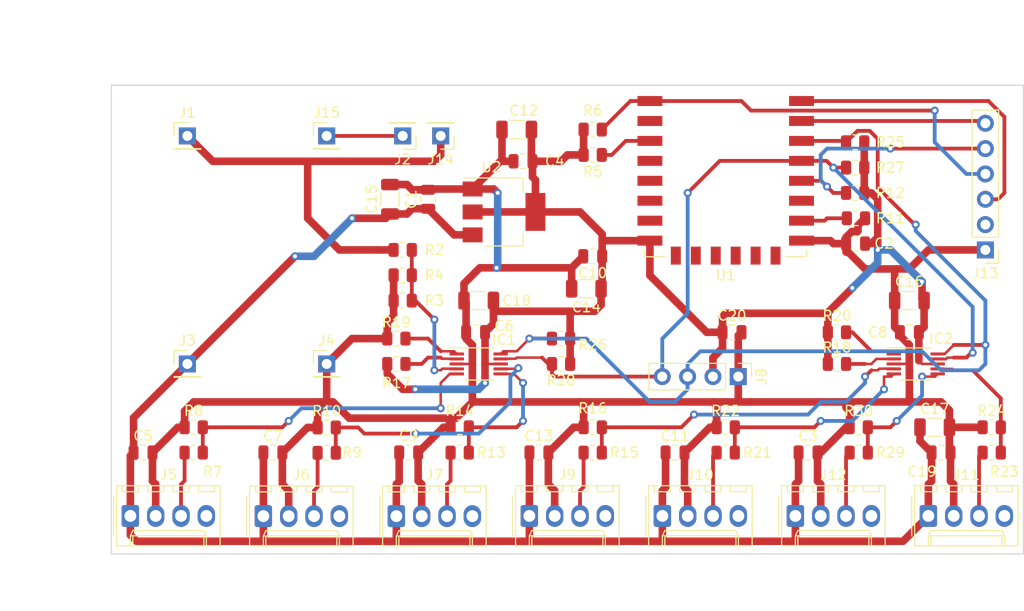
<source format=kicad_pcb>
(kicad_pcb (version 20211014) (generator pcbnew)
  (layers (0 "F.Cu" signal) (31 "B.Cu" signal) (34 "B.Paste" user) (35 "F.Paste" user) (36 "B.SilkS" user "B.Silkscreen") (37 "F.SilkS" user "F.Silkscreen") (38 "B.Mask" user) (39 "F.Mask" user) (44 "Edge.Cuts" user))
  (net 0 "")
  (net 1 "+5V")
  (net 2 "GND")
  (net 3 "+3V3")
  (net 4 "Net-(IC1-Pad1)")
  (net 5 "Net-(IC1-Pad2)")
  (net 6 "/Ain0")
  (net 7 "/Ain1")
  (net 8 "/Ain3")
  (net 9 "/Ain2")
  (net 10 "/SDA")
  (net 11 "/SCL")
  (net 12 "Net-(IC2-Pad1)")
  (net 13 "Net-(IC2-Pad2)")
  (net 14 "/Ain4")
  (net 15 "/Ain5")
  (net 16 "/Ain7")
  (net 17 "/Ain6")
  (net 18 "+12V")
  (net 19 "Net-(J5-Pad3)")
  (net 21 "Net-(J6-Pad3)")
  (net 23 "Net-(J7-Pad3)")
  (net 25 "Net-(J9-Pad3)")
  (net 27 "Net-(J10-Pad3)")
  (net 29 "Net-(J11-Pad3)")
  (net 31 "Net-(J12-Pad3)")
  (net 34 "/TxD")
  (net 35 "/RST")
  (net 36 "/GPIO0")
  (net 37 "/RxD")
  (net 38 "Net-(R5-Pad1)")
  (net 39 "Net-(R11-Pad1)")
  (net 52 "Net-(J15-Pad1)")
  (footprint "Capacitor_SMD:C_1206_3216Metric" (layer "F.Cu") (at 110.49 105.41 180)
    (fp_text reference "C18")
    (fp_text value "10u")
  )
  (footprint "Connector_PinHeader_2.54mm:PinHeader_1x06_P2.54mm_Vertical" (layer "F.Cu") (at 161.29 100.33 180)
    (fp_text reference "J13")
    (fp_text value "Conn_01x06" hide)
  )
  (footprint "Connector_PinHeader_2.54mm:PinHeader_1x01_P2.54mm_Vertical" (layer "F.Cu") (at 95.25 111.76)
    (fp_text reference "J4")
    (fp_text value "Conn_01x01" hide)
  )
  (footprint "Package_TO_SOT_SMD:SOT-223-3_TabPin2" (layer "F.Cu") (at 113.03 96.52)
    (fp_text reference "U2")
    (fp_text value "AMS1117-3.3")
  )
  (footprint "Capacitor_SMD:C_0805_2012Metric" (layer "F.Cu") (at 103.4675 120.65)
    (fp_text reference "C9")
    (fp_text value "100n")
  )
  (footprint "Resistor_SMD:R_0805_2012Metric" (layer "F.Cu") (at 148.59 120.65)
    (fp_text reference "R29")
    (fp_text value "10k")
  )
  (footprint "Resistor_SMD:R_0805_2012Metric" (layer "F.Cu") (at 108.585 120.65)
    (fp_text reference "R13")
    (fp_text value "10k")
  )
  (footprint "Resistor_SMD:R_0805_2012Metric" (layer "F.Cu") (at 108.585 118.11)
    (fp_text reference "R14")
    (fp_text value "20k")
  )
  (footprint "Resistor_SMD:R_0805_2012Metric" (layer "F.Cu") (at 148.3125 97.155)
    (fp_text reference "R11")
    (fp_text value "10k")
  )
  (footprint "Connector_Molex:Molex_KK-254_AE-6410-04A_1x04_P2.54mm_Vertical" (layer "F.Cu") (at 115.57 127)
    (fp_text reference "J9")
    (fp_text value "Molex" hide)
  )
  (footprint "Resistor_SMD:R_0805_2012Metric" (layer "F.Cu") (at 95.25 120.67)
    (fp_text reference "R9")
    (fp_text value "10k")
  )
  (footprint "Resistor_SMD:R_0805_2012Metric" (layer "F.Cu") (at 118.745 111.76 180)
    (fp_text reference "R28")
    (fp_text value "10k")
  )
  (footprint "Resistor_SMD:R_0805_2012Metric" (layer "F.Cu") (at 121.92 118.11)
    (fp_text reference "R16")
    (fp_text value "20k")
  )
  (footprint "Resistor_SMD:R_0805_2012Metric" (layer "F.Cu") (at 121.92 90.805 180)
    (fp_text reference "R5")
    (fp_text value "10k")
  )
  (footprint "Connector_Molex:Molex_KK-254_AE-6410-04A_1x04_P2.54mm_Vertical" (layer "F.Cu") (at 155.575 127)
    (fp_text reference "J11")
    (fp_text value "Molex" hide)
  )
  (footprint "Capacitor_SMD:C_1206_3216Metric" (layer "F.Cu") (at 153.67 105.41 180)
    (fp_text reference "C16")
    (fp_text value "10u")
  )
  (footprint "RF_Module:ESP-12E" (layer "F.Cu") (at 135.255 88.9)
    (fp_text reference "U1")
    (fp_text value "ESP-12E")
  )
  (footprint "Resistor_SMD:R_0805_2012Metric" (layer "F.Cu") (at 148.59 118.11)
    (fp_text reference "R30")
    (fp_text value "20k")
  )
  (footprint "Capacitor_SMD:C_0805_2012Metric" (layer "F.Cu") (at 110.175 108.585 180)
    (fp_text reference "C6")
    (fp_text value "100n")
  )
  (footprint "Connector_PinHeader_2.54mm:PinHeader_1x04_P2.54mm_Vertical" (layer "F.Cu") (at 136.515 113.03 -90)
    (fp_text reference "J8")
    (fp_text value "Conn_01x04" hide)
  )
  (footprint "Capacitor_SMD:C_0805_2012Metric" (layer "F.Cu") (at 116.525 120.65)
    (fp_text reference "C13")
    (fp_text value "100n")
  )
  (footprint "Capacitor_SMD:C_0805_2012Metric" (layer "F.Cu") (at 130.175 120.65)
    (fp_text reference "C11")
    (fp_text value "100n")
  )
  (footprint "Connector_Molex:Molex_KK-254_AE-6410-04A_1x04_P2.54mm_Vertical" (layer "F.Cu") (at 142.24 127)
    (fp_text reference "J12")
    (fp_text value "Molex" hide)
  )
  (footprint "Capacitor_SMD:C_1206_3216Metric" (layer "F.Cu") (at 114.3 88.265 180)
    (fp_text reference "C12")
    (fp_text value "10u")
  )
  (footprint "Resistor_SMD:R_0805_2012Metric" (layer "F.Cu") (at 102.235 111.76)
    (fp_text reference "R17")
    (fp_text value "10k")
  )
  (footprint "Resistor_SMD:R_0805_2012Metric" (layer "F.Cu") (at 102.235 109.22)
    (fp_text reference "R19")
    (fp_text value "10k")
  )
  (footprint "Capacitor_SMD:C_1206_3216Metric" (layer "F.Cu") (at 121.285 104.215 180)
    (fp_text reference "C14")
    (fp_text value "10u")
  )
  (footprint "Resistor_SMD:R_0805_2012Metric" (layer "F.Cu") (at 121.92 120.65)
    (fp_text reference "R15")
    (fp_text value "10k")
  )
  (footprint "Resistor_SMD:R_0805_2012Metric" (layer "F.Cu") (at 148.2325 92.075 180)
    (fp_text reference "R27")
    (fp_text value "10k")
  )
  (footprint "Connector_PinHeader_2.54mm:PinHeader_1x01_P2.54mm_Vertical" (layer "F.Cu") (at 102.87 88.9 180)
    (fp_text reference "J2")
    (fp_text value "Conn_01x01" hide)
  )
  (footprint "Resistor_SMD:R_0805_2012Metric" (layer "F.Cu") (at 118.745 109.22 180)
    (fp_text reference "R26")
    (fp_text value "10k")
  )
  (footprint "Connector_Molex:Molex_KK-254_AE-6410-04A_1x04_P2.54mm_Vertical" (layer "F.Cu") (at 128.905 127)
    (fp_text reference "J10")
    (fp_text value "Molex" hide)
  )
  (footprint "Resistor_SMD:R_0805_2012Metric" (layer "F.Cu") (at 81.915 120.65)
    (fp_text reference "R7")
    (fp_text value "10k")
  )
  (footprint "Connector_PinHeader_2.54mm:PinHeader_1x01_P2.54mm_Vertical" (layer "F.Cu") (at 106.68 88.9 180)
    (fp_text reference "J14")
    (fp_text value "Conn_01x01" hide)
  )
  (footprint "Capacitor_SMD:C_1206_3216Metric" (layer "F.Cu") (at 156.21 118.11)
    (fp_text reference "C17")
    (fp_text value "10u")
  )
  (footprint "Resistor_SMD:R_0805_2012Metric" (layer "F.Cu") (at 135.255 120.65)
    (fp_text reference "R21")
    (fp_text value "10k")
  )
  (footprint "Resistor_SMD:R_0805_2012Metric" (layer "F.Cu") (at 102.87 102.87)
    (fp_text reference "R4")
    (fp_text value "10k")
  )
  (footprint "Resistor_SMD:R_0805_2012Metric" (layer "F.Cu") (at 135.255 118.11)
    (fp_text reference "R22")
    (fp_text value "20k")
  )
  (footprint "Connector_PinHeader_2.54mm:PinHeader_1x01_P2.54mm_Vertical" (layer "F.Cu") (at 95.25 88.9)
    (fp_text reference "J15")
    (fp_text value "Conn_01x01" hide)
  )
  (footprint "Connector_Molex:Molex_KK-254_AE-6410-04A_1x04_P2.54mm_Vertical" (layer "F.Cu") (at 75.565 127)
    (fp_text reference "J5")
    (fp_text value "Molex" hide)
  )
  (footprint "Capacitor_SMD:C_1206_3216Metric" (layer "F.Cu") (at 101.6 95.25 90)
    (fp_text reference "C15")
    (fp_text value "10u")
  )
  (footprint "Resistor_SMD:R_0805_2012Metric" (layer "F.Cu") (at 148.2325 94.615 180)
    (fp_text reference "R12")
    (fp_text value "10k")
  )
  (footprint "Capacitor_SMD:C_0805_2012Metric" (layer "F.Cu") (at 135.89 108.585)
    (fp_text reference "C20")
    (fp_text value "100n")
  )
  (footprint "Resistor_SMD:R_0805_2012Metric" (layer "F.Cu") (at 148.2325 89.535 180)
    (fp_text reference "R25")
    (fp_text value "10k")
  )
  (footprint "Connector_Molex:Molex_KK-254_AE-6410-04A_1x04_P2.54mm_Vertical" (layer "F.Cu") (at 102.235 127.02)
    (fp_text reference "J7")
    (fp_text value "Molex" hide)
  )
  (footprint "Resistor_SMD:R_0805_2012Metric" (layer "F.Cu") (at 161.925 118.11)
    (fp_text reference "R24")
    (fp_text value "20k")
  )
  (footprint "Capacitor_SMD:C_0805_2012Metric" (layer "F.Cu") (at 89.855 120.65)
    (fp_text reference "C7")
    (fp_text value "100n")
  )
  (footprint "Package_SO:VSSOP-10_3x3mm_P0.5mm" (layer "F.Cu") (at 110.49 111.76)
    (fp_text reference "IC1")
    (fp_text value "ADS1115IDGSR")
  )
  (footprint "Connector_PinHeader_2.54mm:PinHeader_1x01_P2.54mm_Vertical" (layer "F.Cu") (at 81.28 111.76)
    (fp_text reference "J3")
    (fp_text value "Conn_01x01" hide)
  )
  (footprint "Capacitor_SMD:C_0805_2012Metric" (layer "F.Cu") (at 153.67 108.585 180)
    (fp_text reference "C8")
    (fp_text value "100n")
  )
  (footprint "Resistor_SMD:R_0805_2012Metric" (layer "F.Cu") (at 81.915 118.11)
    (fp_text reference "R8")
    (fp_text value "20k")
  )
  (footprint "Capacitor_SMD:C_0805_2012Metric" (layer "F.Cu") (at 143.51 120.65)
    (fp_text reference "C3")
    (fp_text value "100n")
  )
  (footprint "Capacitor_SMD:C_0805_2012Metric" (layer "F.Cu") (at 114.935 91.44 180)
    (fp_text reference "C4")
    (fp_text value "100n")
  )
  (footprint "Resistor_SMD:R_0805_2012Metric" (layer "F.Cu") (at 95.25 118.13)
    (fp_text reference "R10")
    (fp_text value "20k")
  )
  (footprint "Resistor_SMD:R_0805_2012Metric" (layer "F.Cu") (at 146.4075 108.585)
    (fp_text reference "R20")
    (fp_text value "10k")
  )
  (footprint "Package_SO:VSSOP-10_3x3mm_P0.5mm" (layer "F.Cu") (at 154.305 111.76)
    (fp_text reference "IC2")
    (fp_text value "ADS1115IDGSR")
  )
  (footprint "Resistor_SMD:R_0805_2012Metric" (layer "F.Cu") (at 161.925 120.65)
    (fp_text reference "R23")
    (fp_text value "10k")
  )
  (footprint "Capacitor_SMD:C_0805_2012Metric" (layer "F.Cu") (at 156.845 120.65)
    (fp_text reference "C19")
    (fp_text value "100n")
  )
  (footprint "Resistor_SMD:R_0805_2012Metric" (layer "F.Cu") (at 102.87 100.33 180)
    (fp_text reference "R2")
    (fp_text value "20k")
  )
  (footprint "Resistor_SMD:R_0805_2012Metric" (layer "F.Cu") (at 146.4075 111.76)
    (fp_text reference "R18")
    (fp_text value "10k")
  )
  (footprint "Connector_Molex:Molex_KK-254_AE-6410-04A_1x04_P2.54mm_Vertical" (layer "F.Cu") (at 88.9 127.02)
    (fp_text reference "J6")
    (fp_text value "Molex" hide)
  )
  (footprint "Capacitor_SMD:C_0805_2012Metric" (layer "F.Cu") (at 121.92 100.965 180)
    (fp_text reference "C10")
    (fp_text value "100n")
  )
  (footprint "Capacitor_SMD:C_0805_2012Metric" (layer "F.Cu") (at 76.835 120.65)
    (fp_text reference "C5")
    (fp_text value "100n")
  )
  (footprint "Resistor_SMD:R_0805_2012Metric" (layer "F.Cu") (at 102.87 105.41)
    (fp_text reference "R3")
    (fp_text value "10k")
  )
  (footprint "Connector_PinHeader_2.54mm:PinHeader_1x01_P2.54mm_Vertical" (layer "F.Cu") (at 81.28 88.9)
    (fp_text reference "J1")
    (fp_text value "Conn_01x01" hide)
  )
  (footprint "Capacitor_SMD:C_0805_2012Metric" (layer "F.Cu") (at 105.41 95.25 90)
    (fp_text reference "C1")
    (fp_text value "100n")
  )
  (footprint "Capacitor_SMD:C_0805_2012Metric" (layer "F.Cu") (at 148.275 99.695 180)
    (fp_text reference "C2")
    (fp_text value "100n")
  )
  (footprint "Resistor_SMD:R_0805_2012Metric" (layer "F.Cu") (at 121.92 88.265 180)
    (fp_text reference "R6")
    (fp_text value "10k")
  )
  (gr_line (start 73.66 130.81) (end 165.1 130.81) (layer "Edge.Cuts") (width 0.1))
  (gr_line (start 73.66 83.82) (end 73.66 130.81) (layer "Edge.Cuts") (width 0.1))
  (gr_line (start 165.1 130.81) (end 165.1 83.82) (layer "Edge.Cuts") (width 0.1))
  (gr_line (start 165.1 83.82) (end 73.66 83.82) (layer "Edge.Cuts") (width 0.1))
  (segment (start 75.565 127) (end 75.565 120.97) (width 0.762) (layer "F.Cu") (net 1))
  (segment (start 81.28 111.76) (end 92.075 100.965) (width 0.762) (layer "F.Cu") (net 1))
  (segment (start 102.235 129.54) (end 102.235 127.02) (width 0.762) (layer "F.Cu") (net 1))
  (segment (start 142.24 129.54) (end 128.905 129.54) (width 0.762) (layer "F.Cu") (net 1))
  (segment (start 128.905 129.54) (end 115.57 129.54) (width 0.762) (layer "F.Cu") (net 1))
  (segment (start 153.035 129.54) (end 142.24 129.54) (width 0.762) (layer "F.Cu") (net 1))
  (segment (start 154.735 119.49) (end 155.895 120.65) (width 0.762) (layer "F.Cu") (net 1))
  (segment (start 102.235 123.825) (end 102.235 127.02) (width 0.762) (layer "F.Cu") (net 1))
  (segment (start 115.575 126.995) (end 115.57 127) (width 0.762) (layer "F.Cu") (net 1))
  (segment (start 115.57 129.54) (end 102.235 129.54) (width 0.762) (layer "F.Cu") (net 1))
  (segment (start 88.9 129.54) (end 88.9 127.02) (width 0.762) (layer "F.Cu") (net 1))
  (segment (start 115.575 120.65) (end 115.575 126.995) (width 0.762) (layer "F.Cu") (net 1))
  (segment (start 101.17 97.155) (end 101.6 96.725) (width 0.762) (layer "F.Cu") (net 1))
  (segment (start 142.56 123.505) (end 142.24 123.825) (width 0.762) (layer "F.Cu") (net 1))
  (segment (start 88.905 120.65) (end 88.905 127.015) (width 0.762) (layer "F.Cu") (net 1))
  (segment (start 142.24 123.825) (end 142.24 127) (width 0.762) (layer "F.Cu") (net 1))
  (segment (start 103.3 96.725) (end 101.6 96.725) (width 0.762) (layer "F.Cu") (net 1))
  (segment (start 142.56 120.65) (end 142.56 123.505) (width 0.762) (layer "F.Cu") (net 1))
  (segment (start 76.2 129.54) (end 75.565 128.905) (width 0.762) (layer "F.Cu") (net 1))
  (segment (start 75.565 128.905) (end 75.565 127) (width 0.762) (layer "F.Cu") (net 1))
  (segment (start 102.5175 120.65) (end 102.5175 123.5425) (width 0.762) (layer "F.Cu") (net 1))
  (segment (start 128.905 124.46) (end 128.905 127) (width 0.762) (layer "F.Cu") (net 1))
  (segment (start 155.895 123.505) (end 155.575 123.825) (width 0.762) (layer "F.Cu") (net 1))
  (segment (start 155.895 120.65) (end 155.895 123.505) (width 0.762) (layer "F.Cu") (net 1))
  (segment (start 129.225 124.14) (end 128.905 124.46) (width 0.762) (layer "F.Cu") (net 1))
  (segment (start 108.03 98.82) (end 105.41 96.2) (width 0.762) (layer "F.Cu") (net 1))
  (segment (start 75.885 117.155) (end 81.28 111.76) (width 0.762) (layer "F.Cu") (net 1))
  (segment (start 142.24 129.54) (end 142.24 127) (width 0.762) (layer "F.Cu") (net 1))
  (segment (start 155.575 127) (end 153.035 129.54) (width 0.762) (layer "F.Cu") (net 1))
  (segment (start 102.235 129.54) (end 88.9 129.54) (width 0.762) (layer "F.Cu") (net 1))
  (segment (start 128.905 129.54) (end 128.905 127) (width 0.762) (layer "F.Cu") (net 1))
  (segment (start 75.885 120.65) (end 75.885 117.155) (width 0.762) (layer "F.Cu") (net 1))
  (segment (start 88.905 127.015) (end 88.9 127.02) (width 0.762) (layer "F.Cu") (net 1))
  (segment (start 102.5175 123.5425) (end 102.235 123.825) (width 0.762) (layer "F.Cu") (net 1))
  (segment (start 155.575 123.825) (end 155.575 127) (width 0.762) (layer "F.Cu") (net 1))
  (segment (start 109.88 98.82) (end 108.03 98.82) (width 0.762) (layer "F.Cu") (net 1))
  (segment (start 103.825 96.2) (end 103.3 96.725) (width 0.762) (layer "F.Cu") (net 1))
  (segment (start 97.79 97.155) (end 101.17 97.155) (width 0.762) (layer "F.Cu") (net 1))
  (segment (start 105.41 96.2) (end 103.825 96.2) (width 0.762) (layer "F.Cu") (net 1))
  (segment (start 115.57 129.54) (end 115.57 127) (width 0.762) (layer "F.Cu") (net 1))
  (segment (start 129.225 120.65) (end 129.225 124.14) (width 0.762) (layer "F.Cu") (net 1))
  (segment (start 75.565 120.97) (end 75.885 120.65) (width 0.762) (layer "F.Cu") (net 1))
  (segment (start 88.9 129.54) (end 76.2 129.54) (width 0.762) (layer "F.Cu") (net 1))
  (segment (start 154.735 118.11) (end 154.735 119.49) (width 0.762) (layer "F.Cu") (net 1))
  (via (at 97.79 97.155) (size 0.8) (drill 0.4) (layers "F.Cu" "B.Cu") (net 1))
  (via (at 92.075 100.965) (size 0.8) (drill 0.4) (layers "F.Cu" "B.Cu") (net 1))
  (segment (start 92.075 100.965) (end 93.98 100.965) (width 0.762) (layer "B.Cu") (net 1))
  (segment (start 93.98 100.965) (end 97.79 97.155) (width 0.762) (layer "B.Cu") (net 1))
  (segment (start 107.6725 118.11) (end 107.6725 117.1975) (width 0.762) (layer "F.Cu") (net 2))
  (segment (start 147.325 100.54) (end 147.53 100.54) (width 0.762) (layer "F.Cu") (net 2))
  (segment (start 152.72 108.585) (end 152.72 108.91512) (width 0.762) (layer "F.Cu") (net 2))
  (segment (start 90.805 123.825) (end 91.44 124.46) (width 0.762) (layer "F.Cu") (net 2))
  (segment (start 153.67 115.57) (end 153.67 112.395) (width 0.762) (layer "F.Cu") (net 2))
  (segment (start 152.195 103.71) (end 152.195 102.44) (width 0.762) (layer "F.Cu") (net 2))
  (segment (start 112.825 91.275) (end 109.88 94.22) (width 0.762) (layer "F.Cu") (net 2))
  (segment (start 153.65988 112.38488) (end 153.67 112.395) (width 0.762) (layer "F.Cu") (net 2))
  (segment (start 94.3375 115.8475) (end 94.615 115.57) (width 0.762) (layer "F.Cu") (net 2))
  (segment (start 107.6725 118.11) (end 106.9575 118.11) (width 0.762) (layer "F.Cu") (net 2))
  (segment (start 134.3425 118.11) (end 134.3425 116.4825) (width 0.762) (layer "F.Cu") (net 2))
  (segment (start 107.6725 117.1975) (end 108.2275 117.1975) (width 0.762) (layer "F.Cu") (net 2))
  (segment (start 107.6725 117.1975) (end 97.5125 117.1975) (width 0.762) (layer "F.Cu") (net 2))
  (segment (start 93.325 118.13) (end 90.805 120.65) (width 0.762) (layer "F.Cu") (net 2))
  (segment (start 142.855 99.4) (end 145.755 99.4) (width 0.762) (layer "F.Cu") (net 2))
  (segment (start 145.755 99.4) (end 146.05 99.695) (width 0.762) (layer "F.Cu") (net 2))
  (segment (start 101.9575 106.9575) (end 101.9575 105.41) (width 0.762) (layer "F.Cu") (net 2))
  (segment (start 146.05 99.695) (end 147.325 99.695) (width 0.762) (layer "F.Cu") (net 2))
  (segment (start 147.32 116.125) (end 147.32 115.57) (width 0.762) (layer "F.Cu") (net 2))
  (segment (start 81.915 115.57) (end 81.0025 116.4825) (width 0.762) (layer "F.Cu") (net 2))
  (segment (start 147.32 115.57) (end 146.685 115.57) (width 0.762) (layer "F.Cu") (net 2))
  (segment (start 148.59 115.57) (end 147.32 115.57) (width 0.762) (layer "F.Cu") (net 2))
  (segment (start 95.25 115.57) (end 94.615 115.57) (width 0.762) (layer "F.Cu") (net 2))
  (segment (start 112.99 91.44) (end 112.825 91.275) (width 0.762) (layer "F.Cu") (net 2))
  (segment (start 94.3375 116.4825) (end 94.3375 115.8475) (width 0.762) (layer "F.Cu") (net 2))
  (segment (start 157.795 120.65) (end 157.795 123.505) (width 0.762) (layer "F.Cu") (net 2))
  (segment (start 109.015 103.71) (end 110.6 102.125) (width 0.762) (layer "F.Cu") (net 2))
  (segment (start 147.89048 98.48952) (end 148.45458 98.48952) (width 0.762) (layer "F.Cu") (net 2))
  (segment (start 91.44 124.46) (end 91.44 127.02) (width 0.762) (layer "F.Cu") (net 2))
  (segment (start 109.855 111.76) (end 108.29 111.76) (width 0.254) (layer "F.Cu") (net 2))
  (segment (start 148.45458 98.48952) (end 148.5191 98.425) (width 0.762) (layer "F.Cu") (net 2))
  (segment (start 136.515 108.91) (end 136.84 108.585) (width 0.762) (layer "F.Cu") (net 2))
  (segment (start 121.0075 118.11) (end 121.0075 115.9275) (width 0.762) (layer "F.Cu") (net 2))
  (segment (start 109.015 105.41) (end 109.015 103.71) (width 0.762) (layer "F.Cu") (net 2))
  (segment (start 134.3425 115.9275) (end 133.985 115.57) (width 0.762) (layer "F.Cu") (net 2))
  (segment (start 95.25 115.57) (end 94.3375 116.4825) (width 0.762) (layer "F.Cu") (net 2))
  (segment (start 78.105 123.825) (end 78.105 127) (width 0.762) (layer "F.Cu") (net 2))
  (segment (start 152.195 105.41) (end 152.195 103.71) (width 0.762) (layer "F.Cu") (net 2))
  (segment (start 104.4175 120.65) (end 104.4175 123.4675) (width 0.762) (layer "F.Cu") (net 2))
  (segment (start 131.125 120.65) (end 131.125 124.14) (width 0.762) (layer "F.Cu") (net 2))
  (segment (start 136.515 115.56) (end 136.525 115.57) (width 0.762) (layer "F.Cu") (net 2))
  (segment (start 147.325 99.695) (end 147.325 99.055) (width 0.762) (layer "F.Cu") (net 2))
  (segment (start 152.195 105.41) (end 152.195 108.06) (width 0.762) (layer "F.Cu") (net 2))
  (segment (start 153.035 111.76) (end 152.105 111.76) (width 0.254) (layer "F.Cu") (net 2))
  (segment (start 94.615 115.57) (end 81.915 115.57) (width 0.762) (layer "F.Cu") (net 2))
  (segment (start 105.49 94.22) (end 105.41 94.3) (width 0.762) (layer "F.Cu") (net 2))
  (segment (start 97.5125 117.1975) (end 95.885 115.57) (width 0.762) (layer "F.Cu") (net 2))
  (segment (start 104.4175 123.4675) (end 104.775 123.825) (width 0.762) (layer "F.Cu") (net 2))
  (segment (start 109.225 108.585) (end 109.225 109.225) (width 0.762) (layer "F.Cu") (net 2))
  (segment (start 109.225 109.225) (end 109.855 109.855) (width 0.762) (layer "F.Cu") (net 2))
  (segment (start 109.88 94.22) (end 112 94.22) (width 0.762) (layer "F.Cu") (net 2))
  (segment (start 157.685 116.41) (end 157.685 118.11) (width 0.762) (layer "F.Cu") (net 2))
  (segment (start 81.0025 118.11) (end 80.325 118.11) (width 0.762) (layer "F.Cu") (net 2))
  (segment (start 112 94.22) (end 112.395 94.615) (width 0.762) (layer "F.Cu") (net 2))
  (segment (start 156.845 115.57) (end 157.685 116.41) (width 0.762) (layer "F.Cu") (net 2))
  (segment (start 94.3375 116.4825) (end 94.3375 118.13) (width 0.762) (layer "F.Cu") (net 2))
  (segment (start 131.445 124.46) (end 131.445 127) (width 0.762) (layer "F.Cu") (net 2))
  (segment (start 109.225 108.585) (end 109.225 105.62) (width 0.762) (layer "F.Cu") (net 2))
  (segment (start 157.795 123.505) (end 158.115 123.825) (width 0.762) (layer "F.Cu") (net 2))
  (segment (start 136.515 113.03) (end 136.515 108.91) (width 0.762) (layer "F.Cu") (net 2))
  (segment (start 94.3375 118.13) (end 93.325 118.13) (width 0.762) (layer "F.Cu") (net 2))
  (segment (start 112.285 102.125) (end 119.81 102.125) (width 0.762) (layer "F.Cu") (net 2))
  (segment (start 135.255 115.57) (end 133.985 115.57) (width 0.762) (layer "F.Cu") (net 2))
  (segment (start 133.985 115.57) (end 120.65 115.57) (width 0.762) (layer "F.Cu") (net 2))
  (segment (start 152.195 102.44) (end 152.4 102.235) (width 0.762) (layer "F.Cu") (net 2))
  (segment (start 110.6 102.125) (end 112.285 102.125) (width 0.762) (layer "F.Cu") (net 2))
  (segment (start 97.79 109.22) (end 101.3225 109.22) (width 0.762) (layer "F.Cu") (net 2))
  (segment (start 117.475 123.825) (end 118.11 124.46) (width 0.762) (layer "F.Cu") (net 2))
  (segment (start 147.325 99.695) (end 147.325 100.54) (width 0.762) (layer "F.Cu") (net 2))
  (segment (start 117.475 120.65) (end 117.475 123.825) (width 0.762) (layer "F.Cu") (net 2))
  (segment (start 147.6775 118.11) (end 147.32 118.11) (width 0.762) (layer "F.Cu") (net 2))
  (segment (start 112.825 88.265) (end 112.825 91.275) (width 0.762) (layer "F.Cu") (net 2))
  (segment (start 136.525 115.57) (end 137.795 115.57) (width 0.762) (layer "F.Cu") (net 2))
  (segment (start 153.04512 111.74988) (end 153.65988 111.74988) (width 0.254) (layer "F.Cu") (net 2))
  (segment (start 109.225 105.62) (end 109.015 105.41) (width 0.762) (layer "F.Cu") (net 2))
  (segment (start 101.3225 107.5925) (end 101.9575 106.9575) (width 0.762) (layer "F.Cu") (net 2))
  (segment (start 147.6775 118.11) (end 147.6775 116.4825) (width 0.762) (layer "F.Cu") (net 2))
  (segment (start 120.015 118.11) (end 117.475 120.65) (width 0.762) (layer "F.Cu") (net 2))
  (segment (start 144.46 120.65) (end 144.46 123.505) (width 0.762) (layer "F.Cu") (net 2))
  (segment (start 131.125 124.14) (end 131.445 124.46) (width 0.762) (layer "F.Cu") (net 2))
  (segment (start 136.515 113.03) (end 136.515 115.56) (width 0.762) (layer "F.Cu") (net 2))
  (segment (start 147.6775 116.4825) (end 147.32 116.125) (width 0.762) (layer "F.Cu") (net 2))
  (segment (start 103.3 93.775) (end 101.6 93.775) (width 0.762) (layer "F.Cu") (net 2))
  (segment (start 109.855 109.855) (end 109.855 111.76) (width 0.762) (layer "F.Cu") (net 2))
  (segment (start 109.88 94.22) (end 105.49 94.22) (width 0.762) (layer "F.Cu") (net 2))
  (segment (start 152.4 102.235) (end 153.67 102.235) (width 0.762) (layer "F.Cu") (net 2))
  (segment (start 153.65988 111.74988) (end 153.65988 112.38488) (width 0.762) (layer "F.Cu") (net 2))
  (segment (start 157.685 118.11) (end 157.685 120.54) (width 0.762) (layer "F.Cu") (net 2))
  (segment (start 152.72 108.91512) (end 153.65988 109.855) (width 0.762) (layer "F.Cu") (net 2))
  (segment (start 121.0075 118.11) (end 120.015 118.11) (width 0.762) (layer "F.Cu") (net 2))
  (segment (start 119.81 102.125) (end 120.97 100.965) (width 0.762) (layer "F.Cu") (net 2))
  (segment (start 103.825 94.3) (end 103.3 93.775) (width 0.762) (layer "F.Cu") (net 2))
  (segment (start 135.255 115.57) (end 136.525 115.57) (width 0.762) (layer "F.Cu") (net 2))
  (segment (start 120.65 115.57) (end 109.855 115.57) (width 0.762) (layer "F.Cu") (net 2))
  (segment (start 95.25 111.76) (end 97.79 109.22) (width 0.762) (layer "F.Cu") (net 2))
  (segment (start 153.67 115.57) (end 156.845 115.57) (width 0.762) (layer "F.Cu") (net 2))
  (segment (start 104.775 123.825) (end 104.775 127.02) (width 0.762) (layer "F.Cu") (net 2))
  (segment (start 153.035 111.76) (end 153.04512 111.74988) (width 0.254) (layer "F.Cu") (net 2))
  (segment (start 147.325 99.055) (end 147.89048 98.48952) (width 0.762) (layer "F.Cu") (net 2))
  (segment (start 95.885 115.57) (end 95.25 115.57) (width 0.762) (layer "F.Cu") (net 2))
  (segment (start 77.785 123.505) (end 78.105 123.825) (width 0.762) (layer "F.Cu") (net 2))
  (segment (start 147.53 100.54) (end 149.225 102.235) (width 0.762) (layer "F.Cu") (net 2))
  (segment (start 157.685 120.54) (end 157.795 120.65) (width 0.762) (layer "F.Cu") (net 2))
  (segment (start 146.685 115.57) (end 137.795 115.57) (width 0.762) (layer "F.Cu") (net 2))
  (segment (start 134.3425 118.11) (end 133.665 118.11) (width 0.762) (layer "F.Cu") (net 2))
  (segment (start 106.9575 118.11) (end 104.4175 120.65) (width 0.762) (layer "F.Cu") (net 2))
  (segment (start 108.2275 117.1975) (end 109.855 115.57) (width 0.762) (layer "F.Cu") (net 2))
  (segment (start 152.195 108.06) (end 152.72 108.585) (width 0.762) (layer "F.Cu") (net 2))
  (segment (start 157.685 118.11) (end 161.0125 118.11) (width 0.762) (layer "F.Cu") (net 2))
  (segment (start 101.9575 105.41) (end 101.9575 102.87) (width 0.762) (layer "F.Cu") (net 2))
  (segment (start 133.665 118.11) (end 131.125 120.65) (width 0.762) (layer "F.Cu") (net 2))
  (segment (start 153.65988 109.855) (end 153.65988 111.74988) (width 0.762) (layer "F.Cu") (net 2))
  (segment (start 144.46 123.505) (end 144.78 123.825) (width 0.762) (layer "F.Cu") (net 2))
  (segment (start 95.25 115.57) (end 95.25 111.76) (width 0.762) (layer "F.Cu") (net 2))
  (segment (start 148.59 115.57) (end 153.67 115.57) (width 0.762) (layer "F.Cu") (net 2))
  (segment (start 105.41 94.3) (end 103.825 94.3) (width 0.762) (layer "F.Cu") (net 2))
  (segment (start 153.67 102.235) (end 155.575 100.33) (width 0.762) (layer "F.Cu") (net 2))
  (segment (start 148.5191 97.8609) (end 148.5191 98.425) (width 0.762) (layer "F.Cu") (net 2))
  (segment (start 80.325 118.11) (end 77.785 120.65) (width 0.762) (layer "F.Cu") (net 2))
  (segment (start 118.11 124.46) (end 118.11 127) (width 0.762) (layer "F.Cu") (net 2))
  (segment (start 109.855 115.57) (end 109.855 111.76) (width 0.762) (layer "F.Cu") (net 2))
  (segment (start 147.32 118.11) (end 144.78 120.65) (width 0.762) (layer "F.Cu") (net 2))
  (segment (start 121.0075 115.9275) (end 120.65 115.57) (width 0.762) (layer "F.Cu") (net 2))
  (segment (start 134.3425 118.11) (end 134.3425 115.9275) (width 0.762) (layer "F.Cu") (net 2))
  (segment (start 90.805 120.65) (end 90.805 123.825) (width 0.762) (layer "F.Cu") (net 2))
  (segment (start 113.985 91.44) (end 112.99 91.44) (width 0.762) (layer "F.Cu") (net 2))
  (segment (start 119.81 104.215) (end 119.81 102.125) (width 0.762) (layer "F.Cu") (net 2))
  (segment (start 155.575 100.33) (end 161.29 100.33) (width 0.762) (layer "F.Cu") (net 2))
  (segment (start 81.0025 116.4825) (end 81.0025 118.11) (width 0.762) (layer "F.Cu") (net 2))
  (segment (start 158.115 123.825) (end 158.115 127) (width 0.762) (layer "F.Cu") (net 2))
  (segment (start 77.785 120.65) (end 77.785 123.505) (width 0.762) (layer "F.Cu") (net 2))
  (segment (start 101.3225 109.22) (end 101.3225 107.5925) (width 0.762) (layer "F.Cu") (net 2))
  (segment (start 149.225 97.155) (end 148.5191 97.8609) (width 0.762) (layer "F.Cu") (net 2))
  (segment (start 149.225 102.235) (end 152.4 102.235) (width 0.762) (layer "F.Cu") (net 2))
  (segment (start 144.78 123.825) (end 144.78 127) (width 0.762) (layer "F.Cu") (net 2))
  (via (at 112.395 94.615) (size 0.8) (drill 0.4) (layers "F.Cu" "B.Cu") (net 2))
  (via (at 112.285 102.125) (size 0.8) (drill 0.4) (layers "F.Cu" "B.Cu") (net 2))
  (segment (start 112.395 94.615) (end 112.395 102.015) (width 0.762) (layer "B.Cu") (net 2))
  (segment (start 112.395 102.015) (end 112.285 102.125) (width 0.762) (layer "B.Cu") (net 2))
  (segment (start 154.94 103.505) (end 154.94 105.205) (width 0.762) (layer "F.Cu") (net 3))
  (segment (start 149.145 92.075) (end 149.145 89.535) (width 0.762) (layer "F.Cu") (net 3))
  (segment (start 111.965 106.475) (end 119.81 106.475) (width 0.762) (layer "F.Cu") (net 3))
  (segment (start 149.225 99.695) (end 149.86 99.695) (width 0.762) (layer "F.Cu") (net 3))
  (segment (start 122.89 99.4) (end 122.87 99.38) (width 0.762) (layer "F.Cu") (net 3))
  (segment (start 119.6575 109.22) (end 119.6575 111.76) (width 0.762) (layer "F.Cu") (net 3))
  (segment (start 120.65 96.52) (end 122.87 98.74) (width 0.762) (layer "F.Cu") (net 3))
  (segment (start 121.0075 90.805) (end 121.0075 88.265) (width 0.762) (layer "F.Cu") (net 3))
  (segment (start 122.125 106.475) (end 122.76 105.84) (width 0.762) (layer "F.Cu") (net 3))
  (segment (start 116.18 96.52) (end 120.65 96.52) (width 0.762) (layer "F.Cu") (net 3))
  (segment (start 145.495 108.585) (end 145.495 111.76) (width 0.762) (layer "F.Cu") (net 3))
  (segment (start 118.745 91.44) (end 119.38 90.805) (width 0.762) (layer "F.Cu") (net 3))
  (segment (start 154.94 105.205) (end 155.145 105.41) (width 0.762) (layer "F.Cu") (net 3))
  (segment (start 115.885 91.44) (end 118.745 91.44) (width 0.762) (layer "F.Cu") (net 3))
  (segment (start 150.495 99.06) (end 150.495 100.33) (width 0.762) (layer "F.Cu") (net 3))
  (segment (start 111.125 108.585) (end 111.125 111.76) (width 0.762) (layer "F.Cu") (net 3))
  (segment (start 154.62 108.585) (end 154.62 111.44) (width 0.762) (layer "F.Cu") (net 3))
  (segment (start 122.87 104.105) (end 122.76 104.215) (width 0.762) (layer "F.Cu") (net 3))
  (segment (start 133.35 108.585) (end 134.94 108.585) (width 0.762) (layer "F.Cu") (net 3))
  (segment (start 119.81 106.475) (end 122.125 106.475) (width 0.762) (layer "F.Cu") (net 3))
  (segment (start 122.87 99.38) (end 122.87 100.965) (width 0.762) (layer "F.Cu") (net 3))
  (segment (start 134.94 106.995) (end 135.255 106.68) (width 0.762) (layer "F.Cu") (net 3))
  (segment (start 111.125 108.585) (end 111.965 107.745) (width 0.762) (layer "F.Cu") (net 3))
  (segment (start 127.655 99.4) (end 122.89 99.4) (width 0.762) (layer "F.Cu") (net 3))
  (segment (start 111.125 111.76) (end 112.69 111.76) (width 0.254) (layer "F.Cu") (net 3))
  (segment (start 145.415 106.68) (end 145.495 106.76) (width 0.762) (layer "F.Cu") (net 3))
  (segment (start 115.775 88.265) (end 115.775 91.33) (width 0.762) (layer "F.Cu") (net 3))
  (segment (start 150.495 99.06) (end 150.495 95.25) (width 0.762) (layer "F.Cu") (net 3))
  (segment (start 122.76 105.84) (end 122.76 104.215) (width 0.762) (layer "F.Cu") (net 3))
  (segment (start 149.145 94.615) (end 149.145 92.075) (width 0.762) (layer "F.Cu") (net 3))
  (segment (start 102.87 114.3) (end 104.14 114.3) (width 0.762) (layer "F.Cu") (net 3))
  (segment (start 119.6575 109.22) (end 119.6575 106.6275) (width 0.762) (layer "F.Cu") (net 3))
  (segment (start 111.965 106.475) (end 111.965 105.41) (width 0.762) (layer "F.Cu") (net 3))
  (segment (start 150.495 95.25) (end 149.86 94.615) (width 0.762) (layer "F.Cu") (net 3))
  (segment (start 145.415 106.68) (end 147.955 104.14) (width 0.762) (layer "F.Cu") (net 3))
  (segment (start 115.885 93.025) (end 116.18 93.32) (width 0.762) (layer "F.Cu") (net 3))
  (segment (start 109.88 96.52) (end 116.18 96.52) (width 0.762) (layer "F.Cu") (net 3))
  (segment (start 154.62 111.44) (end 154.94 111.76) (width 0.254) (layer "F.Cu") (net 3))
  (segment (start 145.495 106.76) (end 145.495 108.585) (width 0.762) (layer "F.Cu") (net 3))
  (segment (start 115.775 91.33) (end 115.885 91.44) (width 0.762) (layer "F.Cu") (net 3))
  (segment (start 101.3225 112.7525) (end 102.235 113.665) (width 0.762) (layer "F.Cu") (net 3))
  (segment (start 134.94 110.17) (end 133.975 111.135) (width 0.762) (layer "F.Cu") (net 3))
  (segment (start 119.6575 106.6275) (end 119.81 106.475) (width 0.762) (layer "F.Cu") (net 3))
  (segment (start 102.235 113.665) (end 102.87 114.3) (width 0.762) (layer "F.Cu") (net 3))
  (segment (start 127.655 102.89) (end 133.35 108.585) (width 0.762) (layer "F.Cu") (net 3))
  (segment (start 119.38 90.805) (end 121.0075 90.805) (width 0.762) (layer "F.Cu") (net 3))
  (segment (start 115.885 91.44) (end 115.885 93.025) (width 0.762) (layer "F.Cu") (net 3))
  (segment (start 154.94 111.76) (end 156.505 111.76) (width 0.254) (layer "F.Cu") (net 3))
  (segment (start 155.145 108.06) (end 154.62 108.585) (width 0.762) (layer "F.Cu") (net 3))
  (segment (start 122.87 98.74) (end 122.87 99.38) (width 0.762) (layer "F.Cu") (net 3))
  (segment (start 135.255 106.68) (end 145.415 106.68) (width 0.762) (layer "F.Cu") (net 3))
  (segment (start 133.975 111.135) (end 133.975 113.03) (width 0.762) (layer "F.Cu") (net 3))
  (segment (start 101.3225 111.76) (end 101.3225 112.7525) (width 0.762) (layer "F.Cu") (net 3))
  (segment (start 111.965 107.745) (end 111.965 106.475) (width 0.762) (layer "F.Cu") (net 3))
  (segment (start 111.125 113.665) (end 111.125 111.76) (width 0.762) (layer "F.Cu") (net 3))
  (segment (start 149.86 94.615) (end 149.145 94.615) (width 0.762) (layer "F.Cu") (net 3))
  (segment (start 116.18 93.32) (end 116.18 96.52) (width 0.762) (layer "F.Cu") (net 3))
  (segment (start 134.94 108.585) (end 134.94 110.17) (width 0.762) (layer "F.Cu") (net 3))
  (segment (start 127.655 99.4) (end 127.655 102.89) (width 0.762) (layer "F.Cu") (net 3))
  (segment (start 155.145 105.41) (end 155.145 108.06) (width 0.762) (layer "F.Cu") (net 3))
  (segment (start 149.86 99.695) (end 150.495 99.06) (width 0.762) (layer "F.Cu") (net 3))
  (segment (start 122.87 100.965) (end 122.87 104.105) (width 0.762) (layer "F.Cu") (net 3))
  (segment (start 134.94 108.585) (end 134.94 106.995) (width 0.762) (layer "F.Cu") (net 3))
  (via (at 154.94 103.505) (size 0.8) (drill 0.4) (layers "F.Cu" "B.Cu") (net 3))
  (via (at 150.495 100.33) (size 0.8) (drill 0.4) (layers "F.Cu" "B.Cu") (net 3))
  (via (at 104.14 114.3) (size 0.8) (drill 0.4) (layers "F.Cu" "B.Cu") (net 3))
  (via (at 147.955 104.14) (size 0.8) (drill 0.4) (layers "F.Cu" "B.Cu") (net 3))
  (via (at 111.125 113.665) (size 0.8) (drill 0.4) (layers "F.Cu" "B.Cu") (net 3))
  (segment (start 110.49 114.3) (end 111.125 113.665) (width 0.762) (layer "B.Cu") (net 3))
  (segment (start 104.14 114.3) (end 110.49 114.3) (width 0.762) (layer "B.Cu") (net 3))
  (segment (start 150.495 101.6) (end 150.495 100.33) (width 0.762) (layer "B.Cu") (net 3))
  (segment (start 150.495 100.33) (end 151.765 100.33) (width 0.762) (layer "B.Cu") (net 3))
  (segment (start 151.765 100.33) (end 154.94 103.505) (width 0.762) (layer "B.Cu") (net 3))
  (segment (start 147.955 104.14) (end 150.495 101.6) (width 0.762) (layer "B.Cu") (net 3))
  (segment (start 103.1475 109.22) (end 105.41 109.22) (width 0.381) (layer "F.Cu") (net 4))
  (segment (start 105.41 109.22) (end 106.68 110.49) (width 0.381) (layer "F.Cu") (net 4))
  (segment (start 106.68 110.49) (end 108.02 110.49) (width 0.254) (layer "F.Cu") (net 4))
  (segment (start 108.02 110.49) (end 108.29 110.76) (width 0.254) (layer "F.Cu") (net 4))
  (segment (start 106.79012 111.23512) (end 107.805735 111.23512) (width 0.254) (layer "F.Cu") (net 5))
  (segment (start 103.1475 111.76) (end 104.775 111.76) (width 0.381) (layer "F.Cu") (net 5))
  (segment (start 106.68 111.125) (end 106.79012 111.23512) (width 0.254) (layer "F.Cu") (net 5))
  (segment (start 105.41 111.125) (end 106.68 111.125) (width 0.381) (layer "F.Cu") (net 5))
  (segment (start 104.775 111.76) (end 105.41 111.125) (width 0.381) (layer "F.Cu") (net 5))
  (segment (start 106.045 112.395) (end 106.68 112.395) (width 0.254) (layer "F.Cu") (net 6))
  (segment (start 106.68 112.395) (end 106.83988 112.23512) (width 0.254) (layer "F.Cu") (net 6))
  (segment (start 108.26512 112.23512) (end 108.29 112.26) (width 0.254) (layer "F.Cu") (net 6))
  (segment (start 103.7825 102.87) (end 103.7825 105.41) (width 0.381) (layer "F.Cu") (net 6))
  (segment (start 104.14 105.41) (end 106.045 107.315) (width 0.381) (layer "F.Cu") (net 6))
  (segment (start 106.83988 112.23512) (end 108.26512 112.23512) (width 0.254) (layer "F.Cu") (net 6))
  (segment (start 103.7825 105.41) (end 104.14 105.41) (width 0.381) (layer "F.Cu") (net 6))
  (segment (start 103.7825 100.33) (end 103.7825 102.87) (width 0.381) (layer "F.Cu") (net 6))
  (via (at 106.045 112.395) (size 0.8) (drill 0.4) (layers "F.Cu" "B.Cu") (net 6))
  (via (at 106.045 107.315) (size 0.8) (drill 0.4) (layers "F.Cu" "B.Cu") (net 6))
  (segment (start 106.045 107.315) (end 106.045 112.395) (width 0.381) (layer "B.Cu") (net 6))
  (segment (start 90.805 118.11) (end 91.44 117.475) (width 0.381) (layer "F.Cu") (net 7))
  (segment (start 108.29 112.76) (end 107.585 112.76) (width 0.254) (layer "F.Cu") (net 7))
  (segment (start 107.585 112.76) (end 106.68 113.665) (width 0.254) (layer "F.Cu") (net 7))
  (segment (start 82.8275 120.65) (end 82.8275 118.11) (width 0.381) (layer "F.Cu") (net 7))
  (segment (start 106.68 113.665) (end 106.68 116.205) (width 0.254) (layer "F.Cu") (net 7))
  (segment (start 82.8275 118.11) (end 90.805 118.11) (width 0.381) (layer "F.Cu") (net 7))
  (via (at 91.44 117.475) (size 0.8) (drill 0.4) (layers "F.Cu" "B.Cu") (net 7))
  (via (at 106.68 116.205) (size 0.8) (drill 0.4) (layers "F.Cu" "B.Cu") (net 7))
  (segment (start 92.71 116.205) (end 106.68 116.205) (width 0.381) (layer "B.Cu") (net 7))
  (segment (start 91.44 117.475) (end 92.71 116.205) (width 0.381) (layer "B.Cu") (net 7))
  (segment (start 109.4975 118.11) (end 114.3 118.11) (width 0.381) (layer "F.Cu") (net 8))
  (segment (start 114.3 118.11) (end 114.935 117.475) (width 0.381) (layer "F.Cu") (net 8))
  (segment (start 114.935 113.665) (end 114.03 112.76) (width 0.254) (layer "F.Cu") (net 8))
  (segment (start 114.03 112.76) (end 112.69 112.76) (width 0.254) (layer "F.Cu") (net 8))
  (segment (start 109.4975 120.65) (end 109.4975 118.11) (width 0.381) (layer "F.Cu") (net 8))
  (via (at 114.935 117.475) (size 0.8) (drill 0.4) (layers "F.Cu" "B.Cu") (net 8))
  (via (at 114.935 113.665) (size 0.8) (drill 0.4) (layers "F.Cu" "B.Cu") (net 8))
  (segment (start 114.935 117.475) (end 114.935 113.665) (width 0.381) (layer "B.Cu") (net 8))
  (segment (start 96.1625 118.13) (end 98.405 118.13) (width 0.381) (layer "F.Cu") (net 9))
  (segment (start 112.70562 112.24438) (end 112.69 112.26) (width 0.254) (layer "F.Cu") (net 9))
  (segment (start 96.1625 120.67) (end 96.1625 118.13) (width 0.381) (layer "F.Cu") (net 9))
  (segment (start 114.460933 112.177443) (end 114.393996 112.24438) (width 0.381) (layer "F.Cu") (net 9))
  (segment (start 98.405 118.13) (end 99.02 118.745) (width 0.381) (layer "F.Cu") (net 9))
  (segment (start 99.02 118.745) (end 104.14 118.745) (width 0.381) (layer "F.Cu") (net 9))
  (segment (start 114.393996 112.24438) (end 112.70562 112.24438) (width 0.254) (layer "F.Cu") (net 9))
  (via (at 104.14 118.745) (size 0.8) (drill 0.4) (layers "F.Cu" "B.Cu") (net 9))
  (via (at 114.460933 112.177443) (size 0.8) (drill 0.4) (layers "F.Cu" "B.Cu") (net 9))
  (segment (start 110.49 118.745) (end 111.76 117.475) (width 0.381) (layer "B.Cu") (net 9))
  (segment (start 104.14 118.745) (end 110.49 118.745) (width 0.381) (layer "B.Cu") (net 9))
  (segment (start 114.460933 112.177443) (end 114.460933 112.234067) (width 0.381) (layer "B.Cu") (net 9))
  (segment (start 114.460933 112.234067) (end 113.665 113.03) (width 0.381) (layer "B.Cu") (net 9))
  (segment (start 113.665 113.03) (end 113.665 115.57) (width 0.381) (layer "B.Cu") (net 9))
  (segment (start 113.665 115.57) (end 111.76 117.475) (width 0.381) (layer "B.Cu") (net 9))
  (segment (start 146.05 92.075) (end 147.32 92.075) (width 0.381) (layer "F.Cu") (net 10))
  (segment (start 160.02 110.64312) (end 159.86688 110.64312) (width 0.381) (layer "F.Cu") (net 10))
  (segment (start 116.84 111.125) (end 117.475 111.76) (width 0.381) (layer "F.Cu") (net 10))
  (segment (start 159.385 111.125) (end 158.115 111.125) (width 0.381) (layer "F.Cu") (net 10))
  (segment (start 114.18988 111.23512) (end 112.71488 111.23512) (width 0.254) (layer "F.Cu") (net 10))
  (segment (start 118.11 113.03) (end 128.895 113.03) (width 0.381) (layer "F.Cu") (net 10))
  (segment (start 134.66 91.4) (end 131.445 94.615) (width 0.381) (layer "F.Cu") (net 10))
  (segment (start 142.855 91.4) (end 145.375 91.4) (width 0.381) (layer "F.Cu") (net 10))
  (segment (start 156.52988 111.28488) (end 156.505 111.26) (width 0.254) (layer "F.Cu") (net 10))
  (segment (start 159.86688 110.64312) (end 159.385 111.125) (width 0.381) (layer "F.Cu") (net 10))
  (segment (start 117.8325 112.7525) (end 118.11 113.03) (width 0.381) (layer "F.Cu") (net 10))
  (segment (start 145.375 91.4) (end 146.05 92.075) (width 0.381) (layer "F.Cu") (net 10))
  (segment (start 117.475 111.76) (end 117.8325 111.76) (width 0.381) (layer "F.Cu") (net 10))
  (segment (start 117.8325 111.76) (end 117.8325 112.7525) (width 0.381) (layer "F.Cu") (net 10))
  (segment (start 114.3 111.125) (end 114.18988 111.23512) (width 0.254) (layer "F.Cu") (net 10))
  (segment (start 157.324514 111.28488) (end 156.52988 111.28488) (width 0.254) (layer "F.Cu") (net 10))
  (segment (start 112.71488 111.23512) (end 112.69 111.26) (width 0.254) (layer "F.Cu") (net 10))
  (segment (start 142.855 91.4) (end 134.66 91.4) (width 0.381) (layer "F.Cu") (net 10))
  (segment (start 157.484394 111.125) (end 157.324514 111.28488) (width 0.254) (layer "F.Cu") (net 10))
  (segment (start 116.84 111.125) (end 114.3 111.125) (width 0.254) (layer "F.Cu") (net 10))
  (segment (start 158.115 111.125) (end 157.484394 111.125) (width 0.254) (layer "F.Cu") (net 10))
  (via (at 131.445 94.615) (size 0.8) (drill 0.4) (layers "F.Cu" "B.Cu") (net 10))
  (via (at 146.05 92.075) (size 0.8) (drill 0.4) (layers "F.Cu" "B.Cu") (net 10))
  (via (at 160.02 110.64312) (size 0.8) (drill 0.4) (layers "F.Cu" "B.Cu") (net 10))
  (segment (start 128.895 109.23) (end 128.895 113.03) (width 0.381) (layer "B.Cu") (net 10))
  (segment (start 131.445 106.68) (end 128.895 109.23) (width 0.381) (layer "B.Cu") (net 10))
  (segment (start 131.445 94.615) (end 131.445 106.68) (width 0.381) (layer "B.Cu") (net 10))
  (segment (start 146.05 92.075) (end 160.02 106.045) (width 0.381) (layer "B.Cu") (net 10))
  (segment (start 160.02 106.045) (end 160.02 110.64312) (width 0.381) (layer "B.Cu") (net 10))
  (segment (start 115.57 109.22) (end 114.3 110.49) (width 0.254) (layer "F.Cu") (net 11))
  (segment (start 142.855 89.4) (end 147.185 89.4) (width 0.381) (layer "F.Cu") (net 11))
  (segment (start 150.495 94.083246) (end 154.305 97.893246) (width 0.381) (layer "F.Cu") (net 11))
  (segment (start 117.8325 109.22) (end 115.57 109.22) (width 0.381) (layer "F.Cu") (net 11))
  (segment (start 149.694972 88.39098) (end 150.495 89.191008) (width 0.381) (layer "F.Cu") (net 11))
  (segment (start 150.495 89.191008) (end 150.495 94.083246) (width 0.381) (layer "F.Cu") (net 11))
  (segment (start 114.3 110.49) (end 112.96 110.49) (width 0.254) (layer "F.Cu") (net 11))
  (segment (start 112.96 110.49) (end 112.69 110.76) (width 0.254) (layer "F.Cu") (net 11))
  (segment (start 157.21 110.76) (end 156.505 110.76) (width 0.254) (layer "F.Cu") (net 11))
  (segment (start 147.185 89.4) (end 147.32 89.535) (width 0.381) (layer "F.Cu") (net 11))
  (segment (start 148.46402 88.39098) (end 149.694972 88.39098) (width 0.381) (layer "F.Cu") (net 11))
  (segment (start 147.32 89.535) (end 148.46402 88.39098) (width 0.381) (layer "F.Cu") (net 11))
  (segment (start 158.115 109.855) (end 157.21 110.76) (width 0.254) (layer "F.Cu") (net 11))
  (segment (start 158.115 109.855) (end 161.29 109.855) (width 0.381) (layer "F.Cu") (net 11))
  (via (at 115.57 109.22) (size 0.8) (drill 0.4) (layers "F.Cu" "B.Cu") (net 11))
  (via (at 154.305 97.79) (size 0.8) (drill 0.4) (layers "F.Cu" "B.Cu") (net 11))
  (via (at 161.29 109.855) (size 0.8) (drill 0.4) (layers "F.Cu" "B.Cu") (net 11))
  (segment (start 161.29 105.41) (end 154.305 98.425) (width 0.381) (layer "B.Cu") (net 11))
  (segment (start 115.57 109.22) (end 121.285 109.22) (width 0.381) (layer "B.Cu") (net 11))
  (segment (start 161.29 111.76) (end 160.655 112.395) (width 0.381) (layer "B.Cu") (net 11))
  (segment (start 121.285 109.22) (end 127.635 115.57) (width 0.381) (layer "B.Cu") (net 11))
  (segment (start 154.94 110.49) (end 132.715 110.49) (width 0.381) (layer "B.Cu") (net 11))
  (segment (start 127.635 115.57) (end 130.175 115.57) (width 0.381) (layer "B.Cu") (net 11))
  (segment (start 156.845 112.395) (end 154.94 110.49) (width 0.381) (layer "B.Cu") (net 11))
  (segment (start 161.29 105.41) (end 161.29 109.855) (width 0.381) (layer "B.Cu") (net 11))
  (segment (start 131.435 111.77) (end 131.435 113.03) (width 0.381) (layer "B.Cu") (net 11))
  (segment (start 131.435 114.31) (end 131.435 113.03) (width 0.381) (layer "B.Cu") (net 11))
  (segment (start 160.655 112.395) (end 156.845 112.395) (width 0.381) (layer "B.Cu") (net 11))
  (segment (start 130.175 115.57) (end 131.435 114.31) (width 0.381) (layer "B.Cu") (net 11))
  (segment (start 132.715 110.49) (end 131.435 111.77) (width 0.381) (layer "B.Cu") (net 11))
  (segment (start 161.29 109.855) (end 161.29 111.76) (width 0.381) (layer "B.Cu") (net 11))
  (segment (start 154.305 98.425) (end 154.305 97.79) (width 0.381) (layer "B.Cu") (net 11))
  (segment (start 147.32 108.585) (end 147.955 108.585) (width 0.381) (layer "F.Cu") (net 12))
  (segment (start 149.86 110.49) (end 151.835 110.49) (width 0.254) (layer "F.Cu") (net 12))
  (segment (start 151.835 110.49) (end 152.105 110.76) (width 0.254) (layer "F.Cu") (net 12))
  (segment (start 147.955 108.585) (end 149.86 110.49) (width 0.381) (layer "F.Cu") (net 12))
  (segment (start 149.225 111.76) (end 149.86 111.76) (width 0.254) (layer "F.Cu") (net 13))
  (segment (start 149.86 111.76) (end 150.36 111.26) (width 0.254) (layer "F.Cu") (net 13))
  (segment (start 150.36 111.26) (end 152.105 111.26) (width 0.254) (layer "F.Cu") (net 13))
  (segment (start 147.32 111.76) (end 149.225 111.76) (width 0.381) (layer "F.Cu") (net 13))
  (segment (start 152.08012 112.23512) (end 152.105 112.26) (width 0.254) (layer "F.Cu") (net 14))
  (segment (start 150.495 112.395) (end 150.65488 112.23512) (width 0.254) (layer "F.Cu") (net 14))
  (segment (start 150.65488 112.23512) (end 152.08012 112.23512) (width 0.254) (layer "F.Cu") (net 14))
  (segment (start 130.81 118.11) (end 132.08 116.84) (width 0.381) (layer "F.Cu") (net 14))
  (segment (start 122.8325 118.11) (end 130.81 118.11) (width 0.381) (layer "F.Cu") (net 14))
  (segment (start 122.8325 120.65) (end 122.8325 118.11) (width 0.381) (layer "F.Cu") (net 14))
  (segment (start 149.225 113.03) (end 149.86 112.395) (width 0.381) (layer "F.Cu") (net 14))
  (segment (start 149.86 112.395) (end 150.495 112.395) (width 0.254) (layer "F.Cu") (net 14))
  (via (at 132.08 116.84) (size 0.8) (drill 0.4) (layers "F.Cu" "B.Cu") (net 14))
  (via (at 149.225 113.03) (size 0.8) (drill 0.4) (layers "F.Cu" "B.Cu") (net 14))
  (segment (start 143.51 116.84) (end 144.78 115.57) (width 0.381) (layer "B.Cu") (net 14))
  (segment (start 144.78 115.57) (end 147.32 115.57) (width 0.381) (layer "B.Cu") (net 14))
  (segment (start 149.225 113.665) (end 149.225 113.03) (width 0.381) (layer "B.Cu") (net 14))
  (segment (start 132.08 116.84) (end 142.875 116.84) (width 0.381) (layer "B.Cu") (net 14))
  (segment (start 142.875 116.84) (end 143.51 116.84) (width 0.381) (layer "B.Cu") (net 14))
  (segment (start 147.32 115.57) (end 149.225 113.665) (width 0.381) (layer "B.Cu") (net 14))
  (segment (start 151.13 114.3) (end 151.13 113.03) (width 0.254) (layer "F.Cu") (net 15))
  (segment (start 136.1675 120.65) (end 136.1675 118.11) (width 0.381) (layer "F.Cu") (net 15))
  (segment (start 151.13 113.03) (end 151.835 113.03) (width 0.254) (layer "F.Cu") (net 15))
  (segment (start 151.835 113.03) (end 152.105 112.76) (width 0.254) (layer "F.Cu") (net 15))
  (segment (start 144.145 118.11) (end 144.78 117.475) (width 0.381) (layer "F.Cu") (net 15))
  (segment (start 136.1675 118.11) (end 144.145 118.11) (width 0.381) (layer "F.Cu") (net 15))
  (via (at 151.13 114.3) (size 0.8) (drill 0.4) (layers "F.Cu" "B.Cu") (net 15))
  (via (at 144.78 117.475) (size 0.8) (drill 0.4) (layers "F.Cu" "B.Cu") (net 15))
  (segment (start 144.78 117.475) (end 147.955 117.475) (width 0.381) (layer "B.Cu") (net 15))
  (segment (start 147.955 117.475) (end 151.13 114.3) (width 0.381) (layer "B.Cu") (net 15))
  (segment (start 151.765 118.11) (end 152.4 117.475) (width 0.381) (layer "F.Cu") (net 16))
  (segment (start 149.5025 118.11) (end 149.5025 120.65) (width 0.381) (layer "F.Cu") (net 16))
  (segment (start 156.235 113.03) (end 156.505 112.76) (width 0.254) (layer "F.Cu") (net 16))
  (segment (start 154.94 113.03) (end 156.235 113.03) (width 0.254) (layer "F.Cu") (net 16))
  (segment (start 149.5025 118.11) (end 151.765 118.11) (width 0.381) (layer "F.Cu") (net 16))
  (via (at 152.4 117.475) (size 0.8) (drill 0.4) (layers "F.Cu" "B.Cu") (net 16))
  (via (at 154.94 113.03) (size 0.8) (drill 0.4) (layers "F.Cu" "B.Cu") (net 16))
  (segment (start 154.94 114.935) (end 154.94 113.03) (width 0.381) (layer "B.Cu") (net 16))
  (segment (start 152.4 117.475) (end 154.94 114.935) (width 0.381) (layer "B.Cu") (net 16))
  (segment (start 162.8375 118.11) (end 162.8375 115.2125) (width 0.381) (layer "F.Cu") (net 17))
  (segment (start 160.02 112.395) (end 158.115 112.395) (width 0.254) (layer "F.Cu") (net 17))
  (segment (start 158.115 112.395) (end 157.98 112.26) (width 0.254) (layer "F.Cu") (net 17))
  (segment (start 162.8375 115.2125) (end 160.02 112.395) (width 0.381) (layer "F.Cu") (net 17))
  (segment (start 162.8375 120.65) (end 162.8375 118.11) (width 0.381) (layer "F.Cu") (net 17))
  (segment (start 157.98 112.26) (end 156.505 112.26) (width 0.254) (layer "F.Cu") (net 17))
  (segment (start 96.52 100.33) (end 93.345 97.155) (width 0.762) (layer "F.Cu") (net 18))
  (segment (start 101.9575 100.33) (end 100.33 100.33) (width 0.762) (layer "F.Cu") (net 18))
  (segment (start 93.345 97.155) (end 93.345 91.44) (width 0.762) (layer "F.Cu") (net 18))
  (segment (start 98.425 91.44) (end 93.345 91.44) (width 0.762) (layer "F.Cu") (net 18))
  (segment (start 106.045 91.44) (end 98.425 91.44) (width 0.762) (layer "F.Cu") (net 18))
  (segment (start 93.345 91.44) (end 83.82 91.44) (width 0.762) (layer "F.Cu") (net 18))
  (segment (start 106.68 90.805) (end 106.045 91.44) (width 0.762) (layer "F.Cu") (net 18))
  (segment (start 106.68 88.9) (end 106.68 90.805) (width 0.762) (layer "F.Cu") (net 18))
  (segment (start 83.82 91.44) (end 81.28 88.9) (width 0.762) (layer "F.Cu") (net 18))
  (segment (start 100.33 100.33) (end 96.52 100.33) (width 0.762) (layer "F.Cu") (net 18))
  (segment (start 81.0025 120.65) (end 81.0025 123.4675) (width 0.381) (layer "F.Cu") (net 19))
  (segment (start 80.645 123.825) (end 80.645 127) (width 0.381) (layer "F.Cu") (net 19))
  (segment (start 81.0025 123.4675) (end 80.645 123.825) (width 0.381) (layer "F.Cu") (net 19))
  (segment (start 94.3375 124.1025) (end 93.98 124.46) (width 0.381) (layer "F.Cu") (net 21))
  (segment (start 93.98 124.46) (end 93.98 127.02) (width 0.381) (layer "F.Cu") (net 21))
  (segment (start 94.3375 120.67) (end 94.3375 124.1025) (width 0.381) (layer "F.Cu") (net 21))
  (segment (start 107.6725 120.65) (end 107.6725 123.4675) (width 0.381) (layer "F.Cu") (net 23))
  (segment (start 107.6725 123.4675) (end 107.315 123.825) (width 0.381) (layer "F.Cu") (net 23))
  (segment (start 107.315 123.825) (end 107.315 127.02) (width 0.381) (layer "F.Cu") (net 23))
  (segment (start 121.0075 120.65) (end 121.0075 124.1025) (width 0.381) (layer "F.Cu") (net 25))
  (segment (start 121.0075 124.1025) (end 120.65 124.46) (width 0.381) (layer "F.Cu") (net 25))
  (segment (start 120.65 124.46) (end 120.65 127) (width 0.381) (layer "F.Cu") (net 25))
  (segment (start 133.985 121.0075) (end 134.3425 120.65) (width 0.381) (layer "F.Cu") (net 27))
  (segment (start 133.985 127) (end 133.985 121.0075) (width 0.381) (layer "F.Cu") (net 27))
  (segment (start 160.655 127) (end 160.655 121.0075) (width 0.381) (layer "F.Cu") (net 29))
  (segment (start 160.655 121.0075) (end 161.0125 120.65) (width 0.381) (layer "F.Cu") (net 29))
  (segment (start 147.32 127) (end 147.32 121.0075) (width 0.381) (layer "F.Cu") (net 31))
  (segment (start 147.32 121.0075) (end 147.6775 120.65) (width 0.381) (layer "F.Cu") (net 31))
  (segment (start 142.855 85.4) (end 161.6 85.4) (width 0.381) (layer "F.Cu") (net 34))
  (segment (start 163.195 86.995) (end 163.195 94.615) (width 0.381) (layer "F.Cu") (net 34))
  (segment (start 163.195 94.615) (end 162.56 95.25) (width 0.381) (layer "F.Cu") (net 34))
  (segment (start 161.6 85.4) (end 163.195 86.995) (width 0.381) (layer "F.Cu") (net 34))
  (segment (start 162.56 95.25) (end 161.29 95.25) (width 0.381) (layer "F.Cu") (net 34))
  (segment (start 125.6975 85.4) (end 122.8325 88.265) (width 0.381) (layer "F.Cu") (net 35))
  (segment (start 127.655 85.4) (end 125.6975 85.4) (width 0.381) (layer "F.Cu") (net 35))
  (segment (start 136.835 85.4) (end 137.795 86.36) (width 0.381) (layer "F.Cu") (net 35))
  (segment (start 137.795 86.36) (end 156.21 86.36) (width 0.381) (layer "F.Cu") (net 35))
  (segment (start 127.655 85.4) (end 136.835 85.4) (width 0.381) (layer "F.Cu") (net 35))
  (via (at 156.21 86.36) (size 0.8) (drill 0.4) (layers "F.Cu" "B.Cu") (net 35))
  (segment (start 156.21 86.36) (end 156.21 89.535) (width 0.381) (layer "B.Cu") (net 35))
  (segment (start 159.385 92.71) (end 161.29 92.71) (width 0.381) (layer "B.Cu") (net 35))
  (segment (start 156.21 89.535) (end 159.385 92.71) (width 0.381) (layer "B.Cu") (net 35))
  (segment (start 161.29 90.17) (end 151.765 90.17) (width 0.381) (layer "F.Cu") (net 36))
  (segment (start 146.05 94.615) (end 147.32 94.615) (width 0.381) (layer "F.Cu") (net 36))
  (segment (start 144.835 93.4) (end 146.05 94.615) (width 0.381) (layer "F.Cu") (net 36))
  (segment (start 142.855 93.4) (end 144.835 93.4) (width 0.381) (layer "F.Cu") (net 36))
  (via (at 151.765 90.17) (size 0.8) (drill 0.4) (layers "F.Cu" "B.Cu") (net 36))
  (via (at 145.415 93.98) (size 0.8) (drill 0.4) (layers "F.Cu" "B.Cu") (net 36))
  (segment (start 145.415 90.17) (end 144.78 90.805) (width 0.381) (layer "B.Cu") (net 36))
  (segment (start 144.78 93.345) (end 145.415 93.98) (width 0.381) (layer "B.Cu") (net 36))
  (segment (start 151.765 90.17) (end 145.415 90.17) (width 0.381) (layer "B.Cu") (net 36))
  (segment (start 144.78 90.805) (end 144.78 93.345) (width 0.381) (layer "B.Cu") (net 36))
  (segment (start 161.06 87.4) (end 161.29 87.63) (width 0.381) (layer "F.Cu") (net 37))
  (segment (start 142.855 87.4) (end 161.06 87.4) (width 0.381) (layer "F.Cu") (net 37))
  (segment (start 123.825 90.805) (end 125.23 89.4) (width 0.381) (layer "F.Cu") (net 38))
  (segment (start 127.655 89.4) (end 125.23 89.4) (width 0.381) (layer "F.Cu") (net 38))
  (segment (start 122.8325 90.805) (end 123.825 90.805) (width 0.381) (layer "F.Cu") (net 38))
  (segment (start 145.17 97.4) (end 145.415 97.155) (width 0.381) (layer "F.Cu") (net 39))
  (segment (start 142.855 97.4) (end 145.17 97.4) (width 0.381) (layer "F.Cu") (net 39))
  (segment (start 145.415 97.155) (end 147.4 97.155) (width 0.381) (layer "F.Cu") (net 39))
  (segment (start 95.25 88.9) (end 102.87 88.9) (width 0.381) (layer "F.Cu") (net 52))
)
</source>
